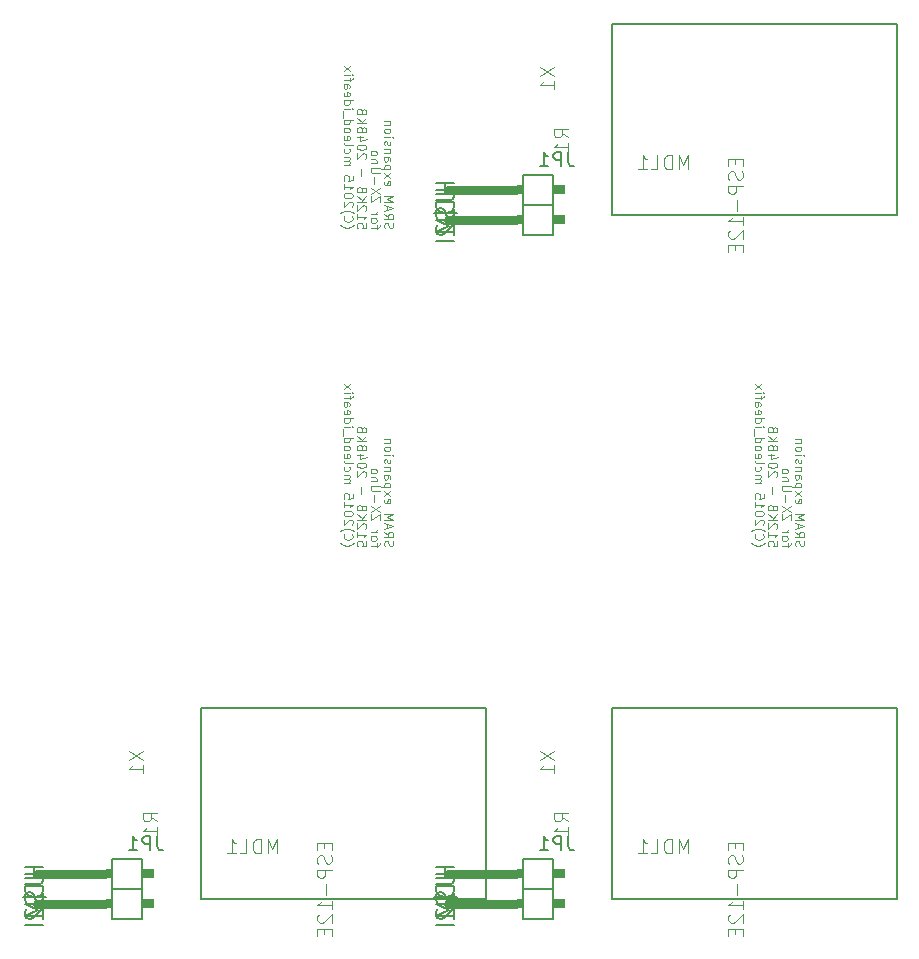
<source format=gbo>
G04 #@! TF.FileFunction,Legend,Bot*
%FSLAX46Y46*%
G04 Gerber Fmt 4.6, Leading zero omitted, Abs format (unit mm)*
G04 Created by KiCad (PCBNEW 4.0.2+dfsg1-2~bpo8+1-stable) date sáb 17 dic 2016 00:12:25 CET*
%MOMM*%
G01*
G04 APERTURE LIST*
%ADD10C,0.100000*%
%ADD11C,0.065024*%
%ADD12C,0.127000*%
%ADD13C,0.152400*%
%ADD14C,0.762000*%
%ADD15C,0.101600*%
%ADD16C,0.150000*%
G04 APERTURE END LIST*
D10*
D11*
X89475283Y-99484522D02*
X89438514Y-99374213D01*
X89438514Y-99190366D01*
X89475283Y-99116827D01*
X89512053Y-99080057D01*
X89585592Y-99043288D01*
X89659131Y-99043288D01*
X89732670Y-99080057D01*
X89769439Y-99116827D01*
X89806209Y-99190366D01*
X89842978Y-99337444D01*
X89879748Y-99410983D01*
X89916517Y-99447752D01*
X89990056Y-99484522D01*
X90063595Y-99484522D01*
X90137134Y-99447752D01*
X90173904Y-99410983D01*
X90210674Y-99337444D01*
X90210674Y-99153596D01*
X90173904Y-99043288D01*
X89438514Y-98271128D02*
X89806209Y-98528515D01*
X89438514Y-98712362D02*
X90210674Y-98712362D01*
X90210674Y-98418206D01*
X90173904Y-98344667D01*
X90137134Y-98307898D01*
X90063595Y-98271128D01*
X89953287Y-98271128D01*
X89879748Y-98307898D01*
X89842978Y-98344667D01*
X89806209Y-98418206D01*
X89806209Y-98712362D01*
X89659131Y-97976972D02*
X89659131Y-97609277D01*
X89438514Y-98050511D02*
X90210674Y-97793124D01*
X89438514Y-97535738D01*
X89438514Y-97278351D02*
X90210674Y-97278351D01*
X89659131Y-97020965D01*
X90210674Y-96763578D01*
X89438514Y-96763578D01*
X89475283Y-95513414D02*
X89438514Y-95586953D01*
X89438514Y-95734031D01*
X89475283Y-95807570D01*
X89548822Y-95844340D01*
X89842978Y-95844340D01*
X89916517Y-95807570D01*
X89953287Y-95734031D01*
X89953287Y-95586953D01*
X89916517Y-95513414D01*
X89842978Y-95476645D01*
X89769439Y-95476645D01*
X89695900Y-95844340D01*
X89438514Y-95219258D02*
X89953287Y-94814794D01*
X89953287Y-95219258D02*
X89438514Y-94814794D01*
X89953287Y-94520637D02*
X89181127Y-94520637D01*
X89916517Y-94520637D02*
X89953287Y-94447098D01*
X89953287Y-94300020D01*
X89916517Y-94226481D01*
X89879748Y-94189712D01*
X89806209Y-94152942D01*
X89585592Y-94152942D01*
X89512053Y-94189712D01*
X89475283Y-94226481D01*
X89438514Y-94300020D01*
X89438514Y-94447098D01*
X89475283Y-94520637D01*
X89438514Y-93491091D02*
X89842978Y-93491091D01*
X89916517Y-93527860D01*
X89953287Y-93601399D01*
X89953287Y-93748477D01*
X89916517Y-93822016D01*
X89475283Y-93491091D02*
X89438514Y-93564630D01*
X89438514Y-93748477D01*
X89475283Y-93822016D01*
X89548822Y-93858786D01*
X89622361Y-93858786D01*
X89695900Y-93822016D01*
X89732670Y-93748477D01*
X89732670Y-93564630D01*
X89769439Y-93491091D01*
X89953287Y-93123395D02*
X89438514Y-93123395D01*
X89879748Y-93123395D02*
X89916517Y-93086626D01*
X89953287Y-93013087D01*
X89953287Y-92902778D01*
X89916517Y-92829239D01*
X89842978Y-92792470D01*
X89438514Y-92792470D01*
X89475283Y-92461544D02*
X89438514Y-92388005D01*
X89438514Y-92240927D01*
X89475283Y-92167388D01*
X89548822Y-92130618D01*
X89585592Y-92130618D01*
X89659131Y-92167388D01*
X89695900Y-92240927D01*
X89695900Y-92351235D01*
X89732670Y-92424774D01*
X89806209Y-92461544D01*
X89842978Y-92461544D01*
X89916517Y-92424774D01*
X89953287Y-92351235D01*
X89953287Y-92240927D01*
X89916517Y-92167388D01*
X89438514Y-91799692D02*
X89953287Y-91799692D01*
X90210674Y-91799692D02*
X90173904Y-91836462D01*
X90137134Y-91799692D01*
X90173904Y-91762923D01*
X90210674Y-91799692D01*
X90137134Y-91799692D01*
X89438514Y-91321689D02*
X89475283Y-91395228D01*
X89512053Y-91431997D01*
X89585592Y-91468767D01*
X89806209Y-91468767D01*
X89879748Y-91431997D01*
X89916517Y-91395228D01*
X89953287Y-91321689D01*
X89953287Y-91211380D01*
X89916517Y-91137841D01*
X89879748Y-91101072D01*
X89806209Y-91064302D01*
X89585592Y-91064302D01*
X89512053Y-91101072D01*
X89475283Y-91137841D01*
X89438514Y-91211380D01*
X89438514Y-91321689D01*
X89953287Y-90733376D02*
X89438514Y-90733376D01*
X89879748Y-90733376D02*
X89916517Y-90696607D01*
X89953287Y-90623068D01*
X89953287Y-90512759D01*
X89916517Y-90439220D01*
X89842978Y-90402451D01*
X89438514Y-90402451D01*
X88807239Y-99558061D02*
X88807239Y-99263905D01*
X88292466Y-99447752D02*
X88954317Y-99447752D01*
X89027856Y-99410983D01*
X89064626Y-99337444D01*
X89064626Y-99263905D01*
X88292466Y-98896210D02*
X88329235Y-98969749D01*
X88366005Y-99006518D01*
X88439544Y-99043288D01*
X88660161Y-99043288D01*
X88733700Y-99006518D01*
X88770469Y-98969749D01*
X88807239Y-98896210D01*
X88807239Y-98785901D01*
X88770469Y-98712362D01*
X88733700Y-98675593D01*
X88660161Y-98638823D01*
X88439544Y-98638823D01*
X88366005Y-98675593D01*
X88329235Y-98712362D01*
X88292466Y-98785901D01*
X88292466Y-98896210D01*
X88292466Y-98307897D02*
X88807239Y-98307897D01*
X88660161Y-98307897D02*
X88733700Y-98271128D01*
X88770469Y-98234358D01*
X88807239Y-98160819D01*
X88807239Y-98087280D01*
X89064626Y-97315120D02*
X89064626Y-96800347D01*
X88292466Y-97315120D01*
X88292466Y-96800347D01*
X89064626Y-96579730D02*
X88292466Y-96064957D01*
X89064626Y-96064957D02*
X88292466Y-96579730D01*
X88586622Y-95770801D02*
X88586622Y-95182489D01*
X89064626Y-94814793D02*
X88439544Y-94814793D01*
X88366005Y-94778024D01*
X88329235Y-94741254D01*
X88292466Y-94667715D01*
X88292466Y-94520637D01*
X88329235Y-94447098D01*
X88366005Y-94410329D01*
X88439544Y-94373559D01*
X89064626Y-94373559D01*
X88807239Y-94005863D02*
X88292466Y-94005863D01*
X88733700Y-94005863D02*
X88770469Y-93969094D01*
X88807239Y-93895555D01*
X88807239Y-93785246D01*
X88770469Y-93711707D01*
X88696930Y-93674938D01*
X88292466Y-93674938D01*
X88292466Y-93196934D02*
X88329235Y-93270473D01*
X88366005Y-93307242D01*
X88439544Y-93344012D01*
X88660161Y-93344012D01*
X88733700Y-93307242D01*
X88770469Y-93270473D01*
X88807239Y-93196934D01*
X88807239Y-93086625D01*
X88770469Y-93013086D01*
X88733700Y-92976317D01*
X88660161Y-92939547D01*
X88439544Y-92939547D01*
X88366005Y-92976317D01*
X88329235Y-93013086D01*
X88292466Y-93086625D01*
X88292466Y-93196934D01*
X87918578Y-99080057D02*
X87918578Y-99447752D01*
X87550882Y-99484522D01*
X87587652Y-99447752D01*
X87624421Y-99374213D01*
X87624421Y-99190366D01*
X87587652Y-99116827D01*
X87550882Y-99080057D01*
X87477343Y-99043288D01*
X87293496Y-99043288D01*
X87219957Y-99080057D01*
X87183187Y-99116827D01*
X87146418Y-99190366D01*
X87146418Y-99374213D01*
X87183187Y-99447752D01*
X87219957Y-99484522D01*
X87146418Y-98307898D02*
X87146418Y-98749132D01*
X87146418Y-98528515D02*
X87918578Y-98528515D01*
X87808269Y-98602054D01*
X87734730Y-98675593D01*
X87697960Y-98749132D01*
X87845038Y-98013742D02*
X87881808Y-97976972D01*
X87918578Y-97903433D01*
X87918578Y-97719586D01*
X87881808Y-97646047D01*
X87845038Y-97609277D01*
X87771499Y-97572508D01*
X87697960Y-97572508D01*
X87587652Y-97609277D01*
X87146418Y-98050511D01*
X87146418Y-97572508D01*
X87146418Y-97241582D02*
X87918578Y-97241582D01*
X87146418Y-96800348D02*
X87587652Y-97131274D01*
X87918578Y-96800348D02*
X87477343Y-97241582D01*
X87550882Y-96212036D02*
X87514113Y-96101727D01*
X87477343Y-96064958D01*
X87403804Y-96028188D01*
X87293496Y-96028188D01*
X87219957Y-96064958D01*
X87183187Y-96101727D01*
X87146418Y-96175266D01*
X87146418Y-96469422D01*
X87918578Y-96469422D01*
X87918578Y-96212036D01*
X87881808Y-96138497D01*
X87845038Y-96101727D01*
X87771499Y-96064958D01*
X87697960Y-96064958D01*
X87624421Y-96101727D01*
X87587652Y-96138497D01*
X87550882Y-96212036D01*
X87550882Y-96469422D01*
X87440574Y-95108950D02*
X87440574Y-94520638D01*
X87845038Y-93601400D02*
X87881808Y-93564630D01*
X87918578Y-93491091D01*
X87918578Y-93307244D01*
X87881808Y-93233705D01*
X87845038Y-93196935D01*
X87771499Y-93160166D01*
X87697960Y-93160166D01*
X87587652Y-93196935D01*
X87146418Y-93638169D01*
X87146418Y-93160166D01*
X87918578Y-92682162D02*
X87918578Y-92608623D01*
X87881808Y-92535084D01*
X87845038Y-92498315D01*
X87771499Y-92461545D01*
X87624421Y-92424776D01*
X87440574Y-92424776D01*
X87293496Y-92461545D01*
X87219957Y-92498315D01*
X87183187Y-92535084D01*
X87146418Y-92608623D01*
X87146418Y-92682162D01*
X87183187Y-92755701D01*
X87219957Y-92792471D01*
X87293496Y-92829240D01*
X87440574Y-92866010D01*
X87624421Y-92866010D01*
X87771499Y-92829240D01*
X87845038Y-92792471D01*
X87881808Y-92755701D01*
X87918578Y-92682162D01*
X87661191Y-91762925D02*
X87146418Y-91762925D01*
X87955347Y-91946772D02*
X87403804Y-92130620D01*
X87403804Y-91652616D01*
X87587652Y-91248152D02*
X87624421Y-91321691D01*
X87661191Y-91358460D01*
X87734730Y-91395230D01*
X87771499Y-91395230D01*
X87845038Y-91358460D01*
X87881808Y-91321691D01*
X87918578Y-91248152D01*
X87918578Y-91101074D01*
X87881808Y-91027535D01*
X87845038Y-90990765D01*
X87771499Y-90953996D01*
X87734730Y-90953996D01*
X87661191Y-90990765D01*
X87624421Y-91027535D01*
X87587652Y-91101074D01*
X87587652Y-91248152D01*
X87550882Y-91321691D01*
X87514113Y-91358460D01*
X87440574Y-91395230D01*
X87293496Y-91395230D01*
X87219957Y-91358460D01*
X87183187Y-91321691D01*
X87146418Y-91248152D01*
X87146418Y-91101074D01*
X87183187Y-91027535D01*
X87219957Y-90990765D01*
X87293496Y-90953996D01*
X87440574Y-90953996D01*
X87514113Y-90990765D01*
X87550882Y-91027535D01*
X87587652Y-91101074D01*
X87146418Y-90623070D02*
X87918578Y-90623070D01*
X87146418Y-90181836D02*
X87587652Y-90512762D01*
X87918578Y-90181836D02*
X87477343Y-90623070D01*
X87550882Y-89593524D02*
X87514113Y-89483215D01*
X87477343Y-89446446D01*
X87403804Y-89409676D01*
X87293496Y-89409676D01*
X87219957Y-89446446D01*
X87183187Y-89483215D01*
X87146418Y-89556754D01*
X87146418Y-89850910D01*
X87918578Y-89850910D01*
X87918578Y-89593524D01*
X87881808Y-89519985D01*
X87845038Y-89483215D01*
X87771499Y-89446446D01*
X87697960Y-89446446D01*
X87624421Y-89483215D01*
X87587652Y-89519985D01*
X87550882Y-89593524D01*
X87550882Y-89850910D01*
X85706213Y-99227135D02*
X85742983Y-99263905D01*
X85853291Y-99337444D01*
X85926830Y-99374213D01*
X86037139Y-99410983D01*
X86220987Y-99447752D01*
X86368065Y-99447752D01*
X86551912Y-99410983D01*
X86662221Y-99374213D01*
X86735760Y-99337444D01*
X86846069Y-99263905D01*
X86882838Y-99227135D01*
X86073909Y-98491745D02*
X86037139Y-98528515D01*
X86000370Y-98638823D01*
X86000370Y-98712362D01*
X86037139Y-98822671D01*
X86110678Y-98896210D01*
X86184217Y-98932979D01*
X86331295Y-98969749D01*
X86441604Y-98969749D01*
X86588682Y-98932979D01*
X86662221Y-98896210D01*
X86735760Y-98822671D01*
X86772530Y-98712362D01*
X86772530Y-98638823D01*
X86735760Y-98528515D01*
X86698990Y-98491745D01*
X85706213Y-98234358D02*
X85742983Y-98197589D01*
X85853291Y-98124050D01*
X85926830Y-98087280D01*
X86037139Y-98050511D01*
X86220987Y-98013741D01*
X86368065Y-98013741D01*
X86551912Y-98050511D01*
X86662221Y-98087280D01*
X86735760Y-98124050D01*
X86846069Y-98197589D01*
X86882838Y-98234358D01*
X86698990Y-97682816D02*
X86735760Y-97646046D01*
X86772530Y-97572507D01*
X86772530Y-97388660D01*
X86735760Y-97315121D01*
X86698990Y-97278351D01*
X86625451Y-97241582D01*
X86551912Y-97241582D01*
X86441604Y-97278351D01*
X86000370Y-97719585D01*
X86000370Y-97241582D01*
X86772530Y-96763578D02*
X86772530Y-96690039D01*
X86735760Y-96616500D01*
X86698990Y-96579731D01*
X86625451Y-96542961D01*
X86478373Y-96506192D01*
X86294526Y-96506192D01*
X86147448Y-96542961D01*
X86073909Y-96579731D01*
X86037139Y-96616500D01*
X86000370Y-96690039D01*
X86000370Y-96763578D01*
X86037139Y-96837117D01*
X86073909Y-96873887D01*
X86147448Y-96910656D01*
X86294526Y-96947426D01*
X86478373Y-96947426D01*
X86625451Y-96910656D01*
X86698990Y-96873887D01*
X86735760Y-96837117D01*
X86772530Y-96763578D01*
X86000370Y-95770802D02*
X86000370Y-96212036D01*
X86000370Y-95991419D02*
X86772530Y-95991419D01*
X86662221Y-96064958D01*
X86588682Y-96138497D01*
X86551912Y-96212036D01*
X86772530Y-95072181D02*
X86772530Y-95439876D01*
X86404834Y-95476646D01*
X86441604Y-95439876D01*
X86478373Y-95366337D01*
X86478373Y-95182490D01*
X86441604Y-95108951D01*
X86404834Y-95072181D01*
X86331295Y-95035412D01*
X86147448Y-95035412D01*
X86073909Y-95072181D01*
X86037139Y-95108951D01*
X86000370Y-95182490D01*
X86000370Y-95366337D01*
X86037139Y-95439876D01*
X86073909Y-95476646D01*
X86000370Y-94116174D02*
X86515143Y-94116174D01*
X86441604Y-94116174D02*
X86478373Y-94079405D01*
X86515143Y-94005866D01*
X86515143Y-93895557D01*
X86478373Y-93822018D01*
X86404834Y-93785249D01*
X86000370Y-93785249D01*
X86404834Y-93785249D02*
X86478373Y-93748479D01*
X86515143Y-93674940D01*
X86515143Y-93564632D01*
X86478373Y-93491092D01*
X86404834Y-93454323D01*
X86000370Y-93454323D01*
X86037139Y-92755702D02*
X86000370Y-92829241D01*
X86000370Y-92976319D01*
X86037139Y-93049858D01*
X86073909Y-93086627D01*
X86147448Y-93123397D01*
X86368065Y-93123397D01*
X86441604Y-93086627D01*
X86478373Y-93049858D01*
X86515143Y-92976319D01*
X86515143Y-92829241D01*
X86478373Y-92755702D01*
X86000370Y-92314468D02*
X86037139Y-92388007D01*
X86110678Y-92424776D01*
X86772530Y-92424776D01*
X86037139Y-91726155D02*
X86000370Y-91799694D01*
X86000370Y-91946772D01*
X86037139Y-92020311D01*
X86110678Y-92057081D01*
X86404834Y-92057081D01*
X86478373Y-92020311D01*
X86515143Y-91946772D01*
X86515143Y-91799694D01*
X86478373Y-91726155D01*
X86404834Y-91689386D01*
X86331295Y-91689386D01*
X86257756Y-92057081D01*
X86000370Y-91248152D02*
X86037139Y-91321691D01*
X86073909Y-91358460D01*
X86147448Y-91395230D01*
X86368065Y-91395230D01*
X86441604Y-91358460D01*
X86478373Y-91321691D01*
X86515143Y-91248152D01*
X86515143Y-91137843D01*
X86478373Y-91064304D01*
X86441604Y-91027535D01*
X86368065Y-90990765D01*
X86147448Y-90990765D01*
X86073909Y-91027535D01*
X86037139Y-91064304D01*
X86000370Y-91137843D01*
X86000370Y-91248152D01*
X86000370Y-90328914D02*
X86772530Y-90328914D01*
X86037139Y-90328914D02*
X86000370Y-90402453D01*
X86000370Y-90549531D01*
X86037139Y-90623070D01*
X86073909Y-90659839D01*
X86147448Y-90696609D01*
X86368065Y-90696609D01*
X86441604Y-90659839D01*
X86478373Y-90623070D01*
X86515143Y-90549531D01*
X86515143Y-90402453D01*
X86478373Y-90328914D01*
X85926830Y-90145066D02*
X85926830Y-89556754D01*
X86000370Y-89372906D02*
X86515143Y-89372906D01*
X86772530Y-89372906D02*
X86735760Y-89409676D01*
X86698990Y-89372906D01*
X86735760Y-89336137D01*
X86772530Y-89372906D01*
X86698990Y-89372906D01*
X86000370Y-88674286D02*
X86772530Y-88674286D01*
X86037139Y-88674286D02*
X86000370Y-88747825D01*
X86000370Y-88894903D01*
X86037139Y-88968442D01*
X86073909Y-89005211D01*
X86147448Y-89041981D01*
X86368065Y-89041981D01*
X86441604Y-89005211D01*
X86478373Y-88968442D01*
X86515143Y-88894903D01*
X86515143Y-88747825D01*
X86478373Y-88674286D01*
X86037139Y-88012434D02*
X86000370Y-88085973D01*
X86000370Y-88233051D01*
X86037139Y-88306590D01*
X86110678Y-88343360D01*
X86404834Y-88343360D01*
X86478373Y-88306590D01*
X86515143Y-88233051D01*
X86515143Y-88085973D01*
X86478373Y-88012434D01*
X86404834Y-87975665D01*
X86331295Y-87975665D01*
X86257756Y-88343360D01*
X86000370Y-87313814D02*
X86404834Y-87313814D01*
X86478373Y-87350583D01*
X86515143Y-87424122D01*
X86515143Y-87571200D01*
X86478373Y-87644739D01*
X86037139Y-87313814D02*
X86000370Y-87387353D01*
X86000370Y-87571200D01*
X86037139Y-87644739D01*
X86110678Y-87681509D01*
X86184217Y-87681509D01*
X86257756Y-87644739D01*
X86294526Y-87571200D01*
X86294526Y-87387353D01*
X86331295Y-87313814D01*
X86515143Y-87056427D02*
X86515143Y-86762271D01*
X86000370Y-86946118D02*
X86662221Y-86946118D01*
X86735760Y-86909349D01*
X86772530Y-86835810D01*
X86772530Y-86762271D01*
X86000370Y-86504884D02*
X86515143Y-86504884D01*
X86772530Y-86504884D02*
X86735760Y-86541654D01*
X86698990Y-86504884D01*
X86735760Y-86468115D01*
X86772530Y-86504884D01*
X86698990Y-86504884D01*
X86000370Y-86210728D02*
X86515143Y-85806264D01*
X86515143Y-86210728D02*
X86000370Y-85806264D01*
X124273283Y-126408522D02*
X124236514Y-126298213D01*
X124236514Y-126114366D01*
X124273283Y-126040827D01*
X124310053Y-126004057D01*
X124383592Y-125967288D01*
X124457131Y-125967288D01*
X124530670Y-126004057D01*
X124567439Y-126040827D01*
X124604209Y-126114366D01*
X124640978Y-126261444D01*
X124677748Y-126334983D01*
X124714517Y-126371752D01*
X124788056Y-126408522D01*
X124861595Y-126408522D01*
X124935134Y-126371752D01*
X124971904Y-126334983D01*
X125008674Y-126261444D01*
X125008674Y-126077596D01*
X124971904Y-125967288D01*
X124236514Y-125195128D02*
X124604209Y-125452515D01*
X124236514Y-125636362D02*
X125008674Y-125636362D01*
X125008674Y-125342206D01*
X124971904Y-125268667D01*
X124935134Y-125231898D01*
X124861595Y-125195128D01*
X124751287Y-125195128D01*
X124677748Y-125231898D01*
X124640978Y-125268667D01*
X124604209Y-125342206D01*
X124604209Y-125636362D01*
X124457131Y-124900972D02*
X124457131Y-124533277D01*
X124236514Y-124974511D02*
X125008674Y-124717124D01*
X124236514Y-124459738D01*
X124236514Y-124202351D02*
X125008674Y-124202351D01*
X124457131Y-123944965D01*
X125008674Y-123687578D01*
X124236514Y-123687578D01*
X124273283Y-122437414D02*
X124236514Y-122510953D01*
X124236514Y-122658031D01*
X124273283Y-122731570D01*
X124346822Y-122768340D01*
X124640978Y-122768340D01*
X124714517Y-122731570D01*
X124751287Y-122658031D01*
X124751287Y-122510953D01*
X124714517Y-122437414D01*
X124640978Y-122400645D01*
X124567439Y-122400645D01*
X124493900Y-122768340D01*
X124236514Y-122143258D02*
X124751287Y-121738794D01*
X124751287Y-122143258D02*
X124236514Y-121738794D01*
X124751287Y-121444637D02*
X123979127Y-121444637D01*
X124714517Y-121444637D02*
X124751287Y-121371098D01*
X124751287Y-121224020D01*
X124714517Y-121150481D01*
X124677748Y-121113712D01*
X124604209Y-121076942D01*
X124383592Y-121076942D01*
X124310053Y-121113712D01*
X124273283Y-121150481D01*
X124236514Y-121224020D01*
X124236514Y-121371098D01*
X124273283Y-121444637D01*
X124236514Y-120415091D02*
X124640978Y-120415091D01*
X124714517Y-120451860D01*
X124751287Y-120525399D01*
X124751287Y-120672477D01*
X124714517Y-120746016D01*
X124273283Y-120415091D02*
X124236514Y-120488630D01*
X124236514Y-120672477D01*
X124273283Y-120746016D01*
X124346822Y-120782786D01*
X124420361Y-120782786D01*
X124493900Y-120746016D01*
X124530670Y-120672477D01*
X124530670Y-120488630D01*
X124567439Y-120415091D01*
X124751287Y-120047395D02*
X124236514Y-120047395D01*
X124677748Y-120047395D02*
X124714517Y-120010626D01*
X124751287Y-119937087D01*
X124751287Y-119826778D01*
X124714517Y-119753239D01*
X124640978Y-119716470D01*
X124236514Y-119716470D01*
X124273283Y-119385544D02*
X124236514Y-119312005D01*
X124236514Y-119164927D01*
X124273283Y-119091388D01*
X124346822Y-119054618D01*
X124383592Y-119054618D01*
X124457131Y-119091388D01*
X124493900Y-119164927D01*
X124493900Y-119275235D01*
X124530670Y-119348774D01*
X124604209Y-119385544D01*
X124640978Y-119385544D01*
X124714517Y-119348774D01*
X124751287Y-119275235D01*
X124751287Y-119164927D01*
X124714517Y-119091388D01*
X124236514Y-118723692D02*
X124751287Y-118723692D01*
X125008674Y-118723692D02*
X124971904Y-118760462D01*
X124935134Y-118723692D01*
X124971904Y-118686923D01*
X125008674Y-118723692D01*
X124935134Y-118723692D01*
X124236514Y-118245689D02*
X124273283Y-118319228D01*
X124310053Y-118355997D01*
X124383592Y-118392767D01*
X124604209Y-118392767D01*
X124677748Y-118355997D01*
X124714517Y-118319228D01*
X124751287Y-118245689D01*
X124751287Y-118135380D01*
X124714517Y-118061841D01*
X124677748Y-118025072D01*
X124604209Y-117988302D01*
X124383592Y-117988302D01*
X124310053Y-118025072D01*
X124273283Y-118061841D01*
X124236514Y-118135380D01*
X124236514Y-118245689D01*
X124751287Y-117657376D02*
X124236514Y-117657376D01*
X124677748Y-117657376D02*
X124714517Y-117620607D01*
X124751287Y-117547068D01*
X124751287Y-117436759D01*
X124714517Y-117363220D01*
X124640978Y-117326451D01*
X124236514Y-117326451D01*
X123605239Y-126482061D02*
X123605239Y-126187905D01*
X123090466Y-126371752D02*
X123752317Y-126371752D01*
X123825856Y-126334983D01*
X123862626Y-126261444D01*
X123862626Y-126187905D01*
X123090466Y-125820210D02*
X123127235Y-125893749D01*
X123164005Y-125930518D01*
X123237544Y-125967288D01*
X123458161Y-125967288D01*
X123531700Y-125930518D01*
X123568469Y-125893749D01*
X123605239Y-125820210D01*
X123605239Y-125709901D01*
X123568469Y-125636362D01*
X123531700Y-125599593D01*
X123458161Y-125562823D01*
X123237544Y-125562823D01*
X123164005Y-125599593D01*
X123127235Y-125636362D01*
X123090466Y-125709901D01*
X123090466Y-125820210D01*
X123090466Y-125231897D02*
X123605239Y-125231897D01*
X123458161Y-125231897D02*
X123531700Y-125195128D01*
X123568469Y-125158358D01*
X123605239Y-125084819D01*
X123605239Y-125011280D01*
X123862626Y-124239120D02*
X123862626Y-123724347D01*
X123090466Y-124239120D01*
X123090466Y-123724347D01*
X123862626Y-123503730D02*
X123090466Y-122988957D01*
X123862626Y-122988957D02*
X123090466Y-123503730D01*
X123384622Y-122694801D02*
X123384622Y-122106489D01*
X123862626Y-121738793D02*
X123237544Y-121738793D01*
X123164005Y-121702024D01*
X123127235Y-121665254D01*
X123090466Y-121591715D01*
X123090466Y-121444637D01*
X123127235Y-121371098D01*
X123164005Y-121334329D01*
X123237544Y-121297559D01*
X123862626Y-121297559D01*
X123605239Y-120929863D02*
X123090466Y-120929863D01*
X123531700Y-120929863D02*
X123568469Y-120893094D01*
X123605239Y-120819555D01*
X123605239Y-120709246D01*
X123568469Y-120635707D01*
X123494930Y-120598938D01*
X123090466Y-120598938D01*
X123090466Y-120120934D02*
X123127235Y-120194473D01*
X123164005Y-120231242D01*
X123237544Y-120268012D01*
X123458161Y-120268012D01*
X123531700Y-120231242D01*
X123568469Y-120194473D01*
X123605239Y-120120934D01*
X123605239Y-120010625D01*
X123568469Y-119937086D01*
X123531700Y-119900317D01*
X123458161Y-119863547D01*
X123237544Y-119863547D01*
X123164005Y-119900317D01*
X123127235Y-119937086D01*
X123090466Y-120010625D01*
X123090466Y-120120934D01*
X122716578Y-126004057D02*
X122716578Y-126371752D01*
X122348882Y-126408522D01*
X122385652Y-126371752D01*
X122422421Y-126298213D01*
X122422421Y-126114366D01*
X122385652Y-126040827D01*
X122348882Y-126004057D01*
X122275343Y-125967288D01*
X122091496Y-125967288D01*
X122017957Y-126004057D01*
X121981187Y-126040827D01*
X121944418Y-126114366D01*
X121944418Y-126298213D01*
X121981187Y-126371752D01*
X122017957Y-126408522D01*
X121944418Y-125231898D02*
X121944418Y-125673132D01*
X121944418Y-125452515D02*
X122716578Y-125452515D01*
X122606269Y-125526054D01*
X122532730Y-125599593D01*
X122495960Y-125673132D01*
X122643038Y-124937742D02*
X122679808Y-124900972D01*
X122716578Y-124827433D01*
X122716578Y-124643586D01*
X122679808Y-124570047D01*
X122643038Y-124533277D01*
X122569499Y-124496508D01*
X122495960Y-124496508D01*
X122385652Y-124533277D01*
X121944418Y-124974511D01*
X121944418Y-124496508D01*
X121944418Y-124165582D02*
X122716578Y-124165582D01*
X121944418Y-123724348D02*
X122385652Y-124055274D01*
X122716578Y-123724348D02*
X122275343Y-124165582D01*
X122348882Y-123136036D02*
X122312113Y-123025727D01*
X122275343Y-122988958D01*
X122201804Y-122952188D01*
X122091496Y-122952188D01*
X122017957Y-122988958D01*
X121981187Y-123025727D01*
X121944418Y-123099266D01*
X121944418Y-123393422D01*
X122716578Y-123393422D01*
X122716578Y-123136036D01*
X122679808Y-123062497D01*
X122643038Y-123025727D01*
X122569499Y-122988958D01*
X122495960Y-122988958D01*
X122422421Y-123025727D01*
X122385652Y-123062497D01*
X122348882Y-123136036D01*
X122348882Y-123393422D01*
X122238574Y-122032950D02*
X122238574Y-121444638D01*
X122643038Y-120525400D02*
X122679808Y-120488630D01*
X122716578Y-120415091D01*
X122716578Y-120231244D01*
X122679808Y-120157705D01*
X122643038Y-120120935D01*
X122569499Y-120084166D01*
X122495960Y-120084166D01*
X122385652Y-120120935D01*
X121944418Y-120562169D01*
X121944418Y-120084166D01*
X122716578Y-119606162D02*
X122716578Y-119532623D01*
X122679808Y-119459084D01*
X122643038Y-119422315D01*
X122569499Y-119385545D01*
X122422421Y-119348776D01*
X122238574Y-119348776D01*
X122091496Y-119385545D01*
X122017957Y-119422315D01*
X121981187Y-119459084D01*
X121944418Y-119532623D01*
X121944418Y-119606162D01*
X121981187Y-119679701D01*
X122017957Y-119716471D01*
X122091496Y-119753240D01*
X122238574Y-119790010D01*
X122422421Y-119790010D01*
X122569499Y-119753240D01*
X122643038Y-119716471D01*
X122679808Y-119679701D01*
X122716578Y-119606162D01*
X122459191Y-118686925D02*
X121944418Y-118686925D01*
X122753347Y-118870772D02*
X122201804Y-119054620D01*
X122201804Y-118576616D01*
X122385652Y-118172152D02*
X122422421Y-118245691D01*
X122459191Y-118282460D01*
X122532730Y-118319230D01*
X122569499Y-118319230D01*
X122643038Y-118282460D01*
X122679808Y-118245691D01*
X122716578Y-118172152D01*
X122716578Y-118025074D01*
X122679808Y-117951535D01*
X122643038Y-117914765D01*
X122569499Y-117877996D01*
X122532730Y-117877996D01*
X122459191Y-117914765D01*
X122422421Y-117951535D01*
X122385652Y-118025074D01*
X122385652Y-118172152D01*
X122348882Y-118245691D01*
X122312113Y-118282460D01*
X122238574Y-118319230D01*
X122091496Y-118319230D01*
X122017957Y-118282460D01*
X121981187Y-118245691D01*
X121944418Y-118172152D01*
X121944418Y-118025074D01*
X121981187Y-117951535D01*
X122017957Y-117914765D01*
X122091496Y-117877996D01*
X122238574Y-117877996D01*
X122312113Y-117914765D01*
X122348882Y-117951535D01*
X122385652Y-118025074D01*
X121944418Y-117547070D02*
X122716578Y-117547070D01*
X121944418Y-117105836D02*
X122385652Y-117436762D01*
X122716578Y-117105836D02*
X122275343Y-117547070D01*
X122348882Y-116517524D02*
X122312113Y-116407215D01*
X122275343Y-116370446D01*
X122201804Y-116333676D01*
X122091496Y-116333676D01*
X122017957Y-116370446D01*
X121981187Y-116407215D01*
X121944418Y-116480754D01*
X121944418Y-116774910D01*
X122716578Y-116774910D01*
X122716578Y-116517524D01*
X122679808Y-116443985D01*
X122643038Y-116407215D01*
X122569499Y-116370446D01*
X122495960Y-116370446D01*
X122422421Y-116407215D01*
X122385652Y-116443985D01*
X122348882Y-116517524D01*
X122348882Y-116774910D01*
X120504213Y-126151135D02*
X120540983Y-126187905D01*
X120651291Y-126261444D01*
X120724830Y-126298213D01*
X120835139Y-126334983D01*
X121018987Y-126371752D01*
X121166065Y-126371752D01*
X121349912Y-126334983D01*
X121460221Y-126298213D01*
X121533760Y-126261444D01*
X121644069Y-126187905D01*
X121680838Y-126151135D01*
X120871909Y-125415745D02*
X120835139Y-125452515D01*
X120798370Y-125562823D01*
X120798370Y-125636362D01*
X120835139Y-125746671D01*
X120908678Y-125820210D01*
X120982217Y-125856979D01*
X121129295Y-125893749D01*
X121239604Y-125893749D01*
X121386682Y-125856979D01*
X121460221Y-125820210D01*
X121533760Y-125746671D01*
X121570530Y-125636362D01*
X121570530Y-125562823D01*
X121533760Y-125452515D01*
X121496990Y-125415745D01*
X120504213Y-125158358D02*
X120540983Y-125121589D01*
X120651291Y-125048050D01*
X120724830Y-125011280D01*
X120835139Y-124974511D01*
X121018987Y-124937741D01*
X121166065Y-124937741D01*
X121349912Y-124974511D01*
X121460221Y-125011280D01*
X121533760Y-125048050D01*
X121644069Y-125121589D01*
X121680838Y-125158358D01*
X121496990Y-124606816D02*
X121533760Y-124570046D01*
X121570530Y-124496507D01*
X121570530Y-124312660D01*
X121533760Y-124239121D01*
X121496990Y-124202351D01*
X121423451Y-124165582D01*
X121349912Y-124165582D01*
X121239604Y-124202351D01*
X120798370Y-124643585D01*
X120798370Y-124165582D01*
X121570530Y-123687578D02*
X121570530Y-123614039D01*
X121533760Y-123540500D01*
X121496990Y-123503731D01*
X121423451Y-123466961D01*
X121276373Y-123430192D01*
X121092526Y-123430192D01*
X120945448Y-123466961D01*
X120871909Y-123503731D01*
X120835139Y-123540500D01*
X120798370Y-123614039D01*
X120798370Y-123687578D01*
X120835139Y-123761117D01*
X120871909Y-123797887D01*
X120945448Y-123834656D01*
X121092526Y-123871426D01*
X121276373Y-123871426D01*
X121423451Y-123834656D01*
X121496990Y-123797887D01*
X121533760Y-123761117D01*
X121570530Y-123687578D01*
X120798370Y-122694802D02*
X120798370Y-123136036D01*
X120798370Y-122915419D02*
X121570530Y-122915419D01*
X121460221Y-122988958D01*
X121386682Y-123062497D01*
X121349912Y-123136036D01*
X121570530Y-121996181D02*
X121570530Y-122363876D01*
X121202834Y-122400646D01*
X121239604Y-122363876D01*
X121276373Y-122290337D01*
X121276373Y-122106490D01*
X121239604Y-122032951D01*
X121202834Y-121996181D01*
X121129295Y-121959412D01*
X120945448Y-121959412D01*
X120871909Y-121996181D01*
X120835139Y-122032951D01*
X120798370Y-122106490D01*
X120798370Y-122290337D01*
X120835139Y-122363876D01*
X120871909Y-122400646D01*
X120798370Y-121040174D02*
X121313143Y-121040174D01*
X121239604Y-121040174D02*
X121276373Y-121003405D01*
X121313143Y-120929866D01*
X121313143Y-120819557D01*
X121276373Y-120746018D01*
X121202834Y-120709249D01*
X120798370Y-120709249D01*
X121202834Y-120709249D02*
X121276373Y-120672479D01*
X121313143Y-120598940D01*
X121313143Y-120488632D01*
X121276373Y-120415092D01*
X121202834Y-120378323D01*
X120798370Y-120378323D01*
X120835139Y-119679702D02*
X120798370Y-119753241D01*
X120798370Y-119900319D01*
X120835139Y-119973858D01*
X120871909Y-120010627D01*
X120945448Y-120047397D01*
X121166065Y-120047397D01*
X121239604Y-120010627D01*
X121276373Y-119973858D01*
X121313143Y-119900319D01*
X121313143Y-119753241D01*
X121276373Y-119679702D01*
X120798370Y-119238468D02*
X120835139Y-119312007D01*
X120908678Y-119348776D01*
X121570530Y-119348776D01*
X120835139Y-118650155D02*
X120798370Y-118723694D01*
X120798370Y-118870772D01*
X120835139Y-118944311D01*
X120908678Y-118981081D01*
X121202834Y-118981081D01*
X121276373Y-118944311D01*
X121313143Y-118870772D01*
X121313143Y-118723694D01*
X121276373Y-118650155D01*
X121202834Y-118613386D01*
X121129295Y-118613386D01*
X121055756Y-118981081D01*
X120798370Y-118172152D02*
X120835139Y-118245691D01*
X120871909Y-118282460D01*
X120945448Y-118319230D01*
X121166065Y-118319230D01*
X121239604Y-118282460D01*
X121276373Y-118245691D01*
X121313143Y-118172152D01*
X121313143Y-118061843D01*
X121276373Y-117988304D01*
X121239604Y-117951535D01*
X121166065Y-117914765D01*
X120945448Y-117914765D01*
X120871909Y-117951535D01*
X120835139Y-117988304D01*
X120798370Y-118061843D01*
X120798370Y-118172152D01*
X120798370Y-117252914D02*
X121570530Y-117252914D01*
X120835139Y-117252914D02*
X120798370Y-117326453D01*
X120798370Y-117473531D01*
X120835139Y-117547070D01*
X120871909Y-117583839D01*
X120945448Y-117620609D01*
X121166065Y-117620609D01*
X121239604Y-117583839D01*
X121276373Y-117547070D01*
X121313143Y-117473531D01*
X121313143Y-117326453D01*
X121276373Y-117252914D01*
X120724830Y-117069066D02*
X120724830Y-116480754D01*
X120798370Y-116296906D02*
X121313143Y-116296906D01*
X121570530Y-116296906D02*
X121533760Y-116333676D01*
X121496990Y-116296906D01*
X121533760Y-116260137D01*
X121570530Y-116296906D01*
X121496990Y-116296906D01*
X120798370Y-115598286D02*
X121570530Y-115598286D01*
X120835139Y-115598286D02*
X120798370Y-115671825D01*
X120798370Y-115818903D01*
X120835139Y-115892442D01*
X120871909Y-115929211D01*
X120945448Y-115965981D01*
X121166065Y-115965981D01*
X121239604Y-115929211D01*
X121276373Y-115892442D01*
X121313143Y-115818903D01*
X121313143Y-115671825D01*
X121276373Y-115598286D01*
X120835139Y-114936434D02*
X120798370Y-115009973D01*
X120798370Y-115157051D01*
X120835139Y-115230590D01*
X120908678Y-115267360D01*
X121202834Y-115267360D01*
X121276373Y-115230590D01*
X121313143Y-115157051D01*
X121313143Y-115009973D01*
X121276373Y-114936434D01*
X121202834Y-114899665D01*
X121129295Y-114899665D01*
X121055756Y-115267360D01*
X120798370Y-114237814D02*
X121202834Y-114237814D01*
X121276373Y-114274583D01*
X121313143Y-114348122D01*
X121313143Y-114495200D01*
X121276373Y-114568739D01*
X120835139Y-114237814D02*
X120798370Y-114311353D01*
X120798370Y-114495200D01*
X120835139Y-114568739D01*
X120908678Y-114605509D01*
X120982217Y-114605509D01*
X121055756Y-114568739D01*
X121092526Y-114495200D01*
X121092526Y-114311353D01*
X121129295Y-114237814D01*
X121313143Y-113980427D02*
X121313143Y-113686271D01*
X120798370Y-113870118D02*
X121460221Y-113870118D01*
X121533760Y-113833349D01*
X121570530Y-113759810D01*
X121570530Y-113686271D01*
X120798370Y-113428884D02*
X121313143Y-113428884D01*
X121570530Y-113428884D02*
X121533760Y-113465654D01*
X121496990Y-113428884D01*
X121533760Y-113392115D01*
X121570530Y-113428884D01*
X121496990Y-113428884D01*
X120798370Y-113134728D02*
X121313143Y-112730264D01*
X121313143Y-113134728D02*
X120798370Y-112730264D01*
X89475283Y-126408522D02*
X89438514Y-126298213D01*
X89438514Y-126114366D01*
X89475283Y-126040827D01*
X89512053Y-126004057D01*
X89585592Y-125967288D01*
X89659131Y-125967288D01*
X89732670Y-126004057D01*
X89769439Y-126040827D01*
X89806209Y-126114366D01*
X89842978Y-126261444D01*
X89879748Y-126334983D01*
X89916517Y-126371752D01*
X89990056Y-126408522D01*
X90063595Y-126408522D01*
X90137134Y-126371752D01*
X90173904Y-126334983D01*
X90210674Y-126261444D01*
X90210674Y-126077596D01*
X90173904Y-125967288D01*
X89438514Y-125195128D02*
X89806209Y-125452515D01*
X89438514Y-125636362D02*
X90210674Y-125636362D01*
X90210674Y-125342206D01*
X90173904Y-125268667D01*
X90137134Y-125231898D01*
X90063595Y-125195128D01*
X89953287Y-125195128D01*
X89879748Y-125231898D01*
X89842978Y-125268667D01*
X89806209Y-125342206D01*
X89806209Y-125636362D01*
X89659131Y-124900972D02*
X89659131Y-124533277D01*
X89438514Y-124974511D02*
X90210674Y-124717124D01*
X89438514Y-124459738D01*
X89438514Y-124202351D02*
X90210674Y-124202351D01*
X89659131Y-123944965D01*
X90210674Y-123687578D01*
X89438514Y-123687578D01*
X89475283Y-122437414D02*
X89438514Y-122510953D01*
X89438514Y-122658031D01*
X89475283Y-122731570D01*
X89548822Y-122768340D01*
X89842978Y-122768340D01*
X89916517Y-122731570D01*
X89953287Y-122658031D01*
X89953287Y-122510953D01*
X89916517Y-122437414D01*
X89842978Y-122400645D01*
X89769439Y-122400645D01*
X89695900Y-122768340D01*
X89438514Y-122143258D02*
X89953287Y-121738794D01*
X89953287Y-122143258D02*
X89438514Y-121738794D01*
X89953287Y-121444637D02*
X89181127Y-121444637D01*
X89916517Y-121444637D02*
X89953287Y-121371098D01*
X89953287Y-121224020D01*
X89916517Y-121150481D01*
X89879748Y-121113712D01*
X89806209Y-121076942D01*
X89585592Y-121076942D01*
X89512053Y-121113712D01*
X89475283Y-121150481D01*
X89438514Y-121224020D01*
X89438514Y-121371098D01*
X89475283Y-121444637D01*
X89438514Y-120415091D02*
X89842978Y-120415091D01*
X89916517Y-120451860D01*
X89953287Y-120525399D01*
X89953287Y-120672477D01*
X89916517Y-120746016D01*
X89475283Y-120415091D02*
X89438514Y-120488630D01*
X89438514Y-120672477D01*
X89475283Y-120746016D01*
X89548822Y-120782786D01*
X89622361Y-120782786D01*
X89695900Y-120746016D01*
X89732670Y-120672477D01*
X89732670Y-120488630D01*
X89769439Y-120415091D01*
X89953287Y-120047395D02*
X89438514Y-120047395D01*
X89879748Y-120047395D02*
X89916517Y-120010626D01*
X89953287Y-119937087D01*
X89953287Y-119826778D01*
X89916517Y-119753239D01*
X89842978Y-119716470D01*
X89438514Y-119716470D01*
X89475283Y-119385544D02*
X89438514Y-119312005D01*
X89438514Y-119164927D01*
X89475283Y-119091388D01*
X89548822Y-119054618D01*
X89585592Y-119054618D01*
X89659131Y-119091388D01*
X89695900Y-119164927D01*
X89695900Y-119275235D01*
X89732670Y-119348774D01*
X89806209Y-119385544D01*
X89842978Y-119385544D01*
X89916517Y-119348774D01*
X89953287Y-119275235D01*
X89953287Y-119164927D01*
X89916517Y-119091388D01*
X89438514Y-118723692D02*
X89953287Y-118723692D01*
X90210674Y-118723692D02*
X90173904Y-118760462D01*
X90137134Y-118723692D01*
X90173904Y-118686923D01*
X90210674Y-118723692D01*
X90137134Y-118723692D01*
X89438514Y-118245689D02*
X89475283Y-118319228D01*
X89512053Y-118355997D01*
X89585592Y-118392767D01*
X89806209Y-118392767D01*
X89879748Y-118355997D01*
X89916517Y-118319228D01*
X89953287Y-118245689D01*
X89953287Y-118135380D01*
X89916517Y-118061841D01*
X89879748Y-118025072D01*
X89806209Y-117988302D01*
X89585592Y-117988302D01*
X89512053Y-118025072D01*
X89475283Y-118061841D01*
X89438514Y-118135380D01*
X89438514Y-118245689D01*
X89953287Y-117657376D02*
X89438514Y-117657376D01*
X89879748Y-117657376D02*
X89916517Y-117620607D01*
X89953287Y-117547068D01*
X89953287Y-117436759D01*
X89916517Y-117363220D01*
X89842978Y-117326451D01*
X89438514Y-117326451D01*
X88807239Y-126482061D02*
X88807239Y-126187905D01*
X88292466Y-126371752D02*
X88954317Y-126371752D01*
X89027856Y-126334983D01*
X89064626Y-126261444D01*
X89064626Y-126187905D01*
X88292466Y-125820210D02*
X88329235Y-125893749D01*
X88366005Y-125930518D01*
X88439544Y-125967288D01*
X88660161Y-125967288D01*
X88733700Y-125930518D01*
X88770469Y-125893749D01*
X88807239Y-125820210D01*
X88807239Y-125709901D01*
X88770469Y-125636362D01*
X88733700Y-125599593D01*
X88660161Y-125562823D01*
X88439544Y-125562823D01*
X88366005Y-125599593D01*
X88329235Y-125636362D01*
X88292466Y-125709901D01*
X88292466Y-125820210D01*
X88292466Y-125231897D02*
X88807239Y-125231897D01*
X88660161Y-125231897D02*
X88733700Y-125195128D01*
X88770469Y-125158358D01*
X88807239Y-125084819D01*
X88807239Y-125011280D01*
X89064626Y-124239120D02*
X89064626Y-123724347D01*
X88292466Y-124239120D01*
X88292466Y-123724347D01*
X89064626Y-123503730D02*
X88292466Y-122988957D01*
X89064626Y-122988957D02*
X88292466Y-123503730D01*
X88586622Y-122694801D02*
X88586622Y-122106489D01*
X89064626Y-121738793D02*
X88439544Y-121738793D01*
X88366005Y-121702024D01*
X88329235Y-121665254D01*
X88292466Y-121591715D01*
X88292466Y-121444637D01*
X88329235Y-121371098D01*
X88366005Y-121334329D01*
X88439544Y-121297559D01*
X89064626Y-121297559D01*
X88807239Y-120929863D02*
X88292466Y-120929863D01*
X88733700Y-120929863D02*
X88770469Y-120893094D01*
X88807239Y-120819555D01*
X88807239Y-120709246D01*
X88770469Y-120635707D01*
X88696930Y-120598938D01*
X88292466Y-120598938D01*
X88292466Y-120120934D02*
X88329235Y-120194473D01*
X88366005Y-120231242D01*
X88439544Y-120268012D01*
X88660161Y-120268012D01*
X88733700Y-120231242D01*
X88770469Y-120194473D01*
X88807239Y-120120934D01*
X88807239Y-120010625D01*
X88770469Y-119937086D01*
X88733700Y-119900317D01*
X88660161Y-119863547D01*
X88439544Y-119863547D01*
X88366005Y-119900317D01*
X88329235Y-119937086D01*
X88292466Y-120010625D01*
X88292466Y-120120934D01*
X87918578Y-126004057D02*
X87918578Y-126371752D01*
X87550882Y-126408522D01*
X87587652Y-126371752D01*
X87624421Y-126298213D01*
X87624421Y-126114366D01*
X87587652Y-126040827D01*
X87550882Y-126004057D01*
X87477343Y-125967288D01*
X87293496Y-125967288D01*
X87219957Y-126004057D01*
X87183187Y-126040827D01*
X87146418Y-126114366D01*
X87146418Y-126298213D01*
X87183187Y-126371752D01*
X87219957Y-126408522D01*
X87146418Y-125231898D02*
X87146418Y-125673132D01*
X87146418Y-125452515D02*
X87918578Y-125452515D01*
X87808269Y-125526054D01*
X87734730Y-125599593D01*
X87697960Y-125673132D01*
X87845038Y-124937742D02*
X87881808Y-124900972D01*
X87918578Y-124827433D01*
X87918578Y-124643586D01*
X87881808Y-124570047D01*
X87845038Y-124533277D01*
X87771499Y-124496508D01*
X87697960Y-124496508D01*
X87587652Y-124533277D01*
X87146418Y-124974511D01*
X87146418Y-124496508D01*
X87146418Y-124165582D02*
X87918578Y-124165582D01*
X87146418Y-123724348D02*
X87587652Y-124055274D01*
X87918578Y-123724348D02*
X87477343Y-124165582D01*
X87550882Y-123136036D02*
X87514113Y-123025727D01*
X87477343Y-122988958D01*
X87403804Y-122952188D01*
X87293496Y-122952188D01*
X87219957Y-122988958D01*
X87183187Y-123025727D01*
X87146418Y-123099266D01*
X87146418Y-123393422D01*
X87918578Y-123393422D01*
X87918578Y-123136036D01*
X87881808Y-123062497D01*
X87845038Y-123025727D01*
X87771499Y-122988958D01*
X87697960Y-122988958D01*
X87624421Y-123025727D01*
X87587652Y-123062497D01*
X87550882Y-123136036D01*
X87550882Y-123393422D01*
X87440574Y-122032950D02*
X87440574Y-121444638D01*
X87845038Y-120525400D02*
X87881808Y-120488630D01*
X87918578Y-120415091D01*
X87918578Y-120231244D01*
X87881808Y-120157705D01*
X87845038Y-120120935D01*
X87771499Y-120084166D01*
X87697960Y-120084166D01*
X87587652Y-120120935D01*
X87146418Y-120562169D01*
X87146418Y-120084166D01*
X87918578Y-119606162D02*
X87918578Y-119532623D01*
X87881808Y-119459084D01*
X87845038Y-119422315D01*
X87771499Y-119385545D01*
X87624421Y-119348776D01*
X87440574Y-119348776D01*
X87293496Y-119385545D01*
X87219957Y-119422315D01*
X87183187Y-119459084D01*
X87146418Y-119532623D01*
X87146418Y-119606162D01*
X87183187Y-119679701D01*
X87219957Y-119716471D01*
X87293496Y-119753240D01*
X87440574Y-119790010D01*
X87624421Y-119790010D01*
X87771499Y-119753240D01*
X87845038Y-119716471D01*
X87881808Y-119679701D01*
X87918578Y-119606162D01*
X87661191Y-118686925D02*
X87146418Y-118686925D01*
X87955347Y-118870772D02*
X87403804Y-119054620D01*
X87403804Y-118576616D01*
X87587652Y-118172152D02*
X87624421Y-118245691D01*
X87661191Y-118282460D01*
X87734730Y-118319230D01*
X87771499Y-118319230D01*
X87845038Y-118282460D01*
X87881808Y-118245691D01*
X87918578Y-118172152D01*
X87918578Y-118025074D01*
X87881808Y-117951535D01*
X87845038Y-117914765D01*
X87771499Y-117877996D01*
X87734730Y-117877996D01*
X87661191Y-117914765D01*
X87624421Y-117951535D01*
X87587652Y-118025074D01*
X87587652Y-118172152D01*
X87550882Y-118245691D01*
X87514113Y-118282460D01*
X87440574Y-118319230D01*
X87293496Y-118319230D01*
X87219957Y-118282460D01*
X87183187Y-118245691D01*
X87146418Y-118172152D01*
X87146418Y-118025074D01*
X87183187Y-117951535D01*
X87219957Y-117914765D01*
X87293496Y-117877996D01*
X87440574Y-117877996D01*
X87514113Y-117914765D01*
X87550882Y-117951535D01*
X87587652Y-118025074D01*
X87146418Y-117547070D02*
X87918578Y-117547070D01*
X87146418Y-117105836D02*
X87587652Y-117436762D01*
X87918578Y-117105836D02*
X87477343Y-117547070D01*
X87550882Y-116517524D02*
X87514113Y-116407215D01*
X87477343Y-116370446D01*
X87403804Y-116333676D01*
X87293496Y-116333676D01*
X87219957Y-116370446D01*
X87183187Y-116407215D01*
X87146418Y-116480754D01*
X87146418Y-116774910D01*
X87918578Y-116774910D01*
X87918578Y-116517524D01*
X87881808Y-116443985D01*
X87845038Y-116407215D01*
X87771499Y-116370446D01*
X87697960Y-116370446D01*
X87624421Y-116407215D01*
X87587652Y-116443985D01*
X87550882Y-116517524D01*
X87550882Y-116774910D01*
X85706213Y-126151135D02*
X85742983Y-126187905D01*
X85853291Y-126261444D01*
X85926830Y-126298213D01*
X86037139Y-126334983D01*
X86220987Y-126371752D01*
X86368065Y-126371752D01*
X86551912Y-126334983D01*
X86662221Y-126298213D01*
X86735760Y-126261444D01*
X86846069Y-126187905D01*
X86882838Y-126151135D01*
X86073909Y-125415745D02*
X86037139Y-125452515D01*
X86000370Y-125562823D01*
X86000370Y-125636362D01*
X86037139Y-125746671D01*
X86110678Y-125820210D01*
X86184217Y-125856979D01*
X86331295Y-125893749D01*
X86441604Y-125893749D01*
X86588682Y-125856979D01*
X86662221Y-125820210D01*
X86735760Y-125746671D01*
X86772530Y-125636362D01*
X86772530Y-125562823D01*
X86735760Y-125452515D01*
X86698990Y-125415745D01*
X85706213Y-125158358D02*
X85742983Y-125121589D01*
X85853291Y-125048050D01*
X85926830Y-125011280D01*
X86037139Y-124974511D01*
X86220987Y-124937741D01*
X86368065Y-124937741D01*
X86551912Y-124974511D01*
X86662221Y-125011280D01*
X86735760Y-125048050D01*
X86846069Y-125121589D01*
X86882838Y-125158358D01*
X86698990Y-124606816D02*
X86735760Y-124570046D01*
X86772530Y-124496507D01*
X86772530Y-124312660D01*
X86735760Y-124239121D01*
X86698990Y-124202351D01*
X86625451Y-124165582D01*
X86551912Y-124165582D01*
X86441604Y-124202351D01*
X86000370Y-124643585D01*
X86000370Y-124165582D01*
X86772530Y-123687578D02*
X86772530Y-123614039D01*
X86735760Y-123540500D01*
X86698990Y-123503731D01*
X86625451Y-123466961D01*
X86478373Y-123430192D01*
X86294526Y-123430192D01*
X86147448Y-123466961D01*
X86073909Y-123503731D01*
X86037139Y-123540500D01*
X86000370Y-123614039D01*
X86000370Y-123687578D01*
X86037139Y-123761117D01*
X86073909Y-123797887D01*
X86147448Y-123834656D01*
X86294526Y-123871426D01*
X86478373Y-123871426D01*
X86625451Y-123834656D01*
X86698990Y-123797887D01*
X86735760Y-123761117D01*
X86772530Y-123687578D01*
X86000370Y-122694802D02*
X86000370Y-123136036D01*
X86000370Y-122915419D02*
X86772530Y-122915419D01*
X86662221Y-122988958D01*
X86588682Y-123062497D01*
X86551912Y-123136036D01*
X86772530Y-121996181D02*
X86772530Y-122363876D01*
X86404834Y-122400646D01*
X86441604Y-122363876D01*
X86478373Y-122290337D01*
X86478373Y-122106490D01*
X86441604Y-122032951D01*
X86404834Y-121996181D01*
X86331295Y-121959412D01*
X86147448Y-121959412D01*
X86073909Y-121996181D01*
X86037139Y-122032951D01*
X86000370Y-122106490D01*
X86000370Y-122290337D01*
X86037139Y-122363876D01*
X86073909Y-122400646D01*
X86000370Y-121040174D02*
X86515143Y-121040174D01*
X86441604Y-121040174D02*
X86478373Y-121003405D01*
X86515143Y-120929866D01*
X86515143Y-120819557D01*
X86478373Y-120746018D01*
X86404834Y-120709249D01*
X86000370Y-120709249D01*
X86404834Y-120709249D02*
X86478373Y-120672479D01*
X86515143Y-120598940D01*
X86515143Y-120488632D01*
X86478373Y-120415092D01*
X86404834Y-120378323D01*
X86000370Y-120378323D01*
X86037139Y-119679702D02*
X86000370Y-119753241D01*
X86000370Y-119900319D01*
X86037139Y-119973858D01*
X86073909Y-120010627D01*
X86147448Y-120047397D01*
X86368065Y-120047397D01*
X86441604Y-120010627D01*
X86478373Y-119973858D01*
X86515143Y-119900319D01*
X86515143Y-119753241D01*
X86478373Y-119679702D01*
X86000370Y-119238468D02*
X86037139Y-119312007D01*
X86110678Y-119348776D01*
X86772530Y-119348776D01*
X86037139Y-118650155D02*
X86000370Y-118723694D01*
X86000370Y-118870772D01*
X86037139Y-118944311D01*
X86110678Y-118981081D01*
X86404834Y-118981081D01*
X86478373Y-118944311D01*
X86515143Y-118870772D01*
X86515143Y-118723694D01*
X86478373Y-118650155D01*
X86404834Y-118613386D01*
X86331295Y-118613386D01*
X86257756Y-118981081D01*
X86000370Y-118172152D02*
X86037139Y-118245691D01*
X86073909Y-118282460D01*
X86147448Y-118319230D01*
X86368065Y-118319230D01*
X86441604Y-118282460D01*
X86478373Y-118245691D01*
X86515143Y-118172152D01*
X86515143Y-118061843D01*
X86478373Y-117988304D01*
X86441604Y-117951535D01*
X86368065Y-117914765D01*
X86147448Y-117914765D01*
X86073909Y-117951535D01*
X86037139Y-117988304D01*
X86000370Y-118061843D01*
X86000370Y-118172152D01*
X86000370Y-117252914D02*
X86772530Y-117252914D01*
X86037139Y-117252914D02*
X86000370Y-117326453D01*
X86000370Y-117473531D01*
X86037139Y-117547070D01*
X86073909Y-117583839D01*
X86147448Y-117620609D01*
X86368065Y-117620609D01*
X86441604Y-117583839D01*
X86478373Y-117547070D01*
X86515143Y-117473531D01*
X86515143Y-117326453D01*
X86478373Y-117252914D01*
X85926830Y-117069066D02*
X85926830Y-116480754D01*
X86000370Y-116296906D02*
X86515143Y-116296906D01*
X86772530Y-116296906D02*
X86735760Y-116333676D01*
X86698990Y-116296906D01*
X86735760Y-116260137D01*
X86772530Y-116296906D01*
X86698990Y-116296906D01*
X86000370Y-115598286D02*
X86772530Y-115598286D01*
X86037139Y-115598286D02*
X86000370Y-115671825D01*
X86000370Y-115818903D01*
X86037139Y-115892442D01*
X86073909Y-115929211D01*
X86147448Y-115965981D01*
X86368065Y-115965981D01*
X86441604Y-115929211D01*
X86478373Y-115892442D01*
X86515143Y-115818903D01*
X86515143Y-115671825D01*
X86478373Y-115598286D01*
X86037139Y-114936434D02*
X86000370Y-115009973D01*
X86000370Y-115157051D01*
X86037139Y-115230590D01*
X86110678Y-115267360D01*
X86404834Y-115267360D01*
X86478373Y-115230590D01*
X86515143Y-115157051D01*
X86515143Y-115009973D01*
X86478373Y-114936434D01*
X86404834Y-114899665D01*
X86331295Y-114899665D01*
X86257756Y-115267360D01*
X86000370Y-114237814D02*
X86404834Y-114237814D01*
X86478373Y-114274583D01*
X86515143Y-114348122D01*
X86515143Y-114495200D01*
X86478373Y-114568739D01*
X86037139Y-114237814D02*
X86000370Y-114311353D01*
X86000370Y-114495200D01*
X86037139Y-114568739D01*
X86110678Y-114605509D01*
X86184217Y-114605509D01*
X86257756Y-114568739D01*
X86294526Y-114495200D01*
X86294526Y-114311353D01*
X86331295Y-114237814D01*
X86515143Y-113980427D02*
X86515143Y-113686271D01*
X86000370Y-113870118D02*
X86662221Y-113870118D01*
X86735760Y-113833349D01*
X86772530Y-113759810D01*
X86772530Y-113686271D01*
X86000370Y-113428884D02*
X86515143Y-113428884D01*
X86772530Y-113428884D02*
X86735760Y-113465654D01*
X86698990Y-113428884D01*
X86735760Y-113392115D01*
X86772530Y-113428884D01*
X86698990Y-113428884D01*
X86000370Y-113134728D02*
X86515143Y-112730264D01*
X86515143Y-113134728D02*
X86000370Y-112730264D01*
D12*
X108744225Y-82177475D02*
X132844225Y-82177475D01*
X132844225Y-82177475D02*
X132844225Y-98377475D01*
X132844225Y-98377475D02*
X108744225Y-98377475D01*
X108744225Y-98377475D02*
X108744225Y-82177475D01*
D13*
X103743600Y-94964350D02*
X103743600Y-97504350D01*
X103743600Y-97504350D02*
X101203600Y-97504350D01*
X101203600Y-97504350D02*
X101203600Y-94964350D01*
X101203600Y-94964350D02*
X103743600Y-94964350D01*
D14*
X94853600Y-96234350D02*
X100568600Y-96234350D01*
D13*
X103743600Y-97504350D02*
X103743600Y-100044350D01*
X103743600Y-100044350D02*
X101203600Y-100044350D01*
X101203600Y-100044350D02*
X101203600Y-97504350D01*
D14*
X94853600Y-98774350D02*
X100568600Y-98774350D01*
D10*
G36*
X101203600Y-95853350D02*
X101203600Y-96615350D01*
X100695600Y-96615350D01*
X100695600Y-95853350D01*
X101203600Y-95853350D01*
G37*
G36*
X101203600Y-98393350D02*
X101203600Y-99155350D01*
X100695600Y-99155350D01*
X100695600Y-98393350D01*
X101203600Y-98393350D01*
G37*
G36*
X104759600Y-95853350D02*
X104759600Y-96615350D01*
X103743600Y-96615350D01*
X103743600Y-95853350D01*
X104759600Y-95853350D01*
G37*
G36*
X104759600Y-98393350D02*
X104759600Y-99155350D01*
X103743600Y-99155350D01*
X103743600Y-98393350D01*
X104759600Y-98393350D01*
G37*
D13*
X103743600Y-152876350D02*
X103743600Y-155416350D01*
X103743600Y-155416350D02*
X101203600Y-155416350D01*
X101203600Y-155416350D02*
X101203600Y-152876350D01*
X101203600Y-152876350D02*
X103743600Y-152876350D01*
D14*
X94853600Y-154146350D02*
X100568600Y-154146350D01*
D13*
X103743600Y-155416350D02*
X103743600Y-157956350D01*
X103743600Y-157956350D02*
X101203600Y-157956350D01*
X101203600Y-157956350D02*
X101203600Y-155416350D01*
D14*
X94853600Y-156686350D02*
X100568600Y-156686350D01*
D10*
G36*
X101203600Y-153765350D02*
X101203600Y-154527350D01*
X100695600Y-154527350D01*
X100695600Y-153765350D01*
X101203600Y-153765350D01*
G37*
G36*
X101203600Y-156305350D02*
X101203600Y-157067350D01*
X100695600Y-157067350D01*
X100695600Y-156305350D01*
X101203600Y-156305350D01*
G37*
G36*
X104759600Y-153765350D02*
X104759600Y-154527350D01*
X103743600Y-154527350D01*
X103743600Y-153765350D01*
X104759600Y-153765350D01*
G37*
G36*
X104759600Y-156305350D02*
X104759600Y-157067350D01*
X103743600Y-157067350D01*
X103743600Y-156305350D01*
X104759600Y-156305350D01*
G37*
D12*
X108744225Y-140089475D02*
X132844225Y-140089475D01*
X132844225Y-140089475D02*
X132844225Y-156289475D01*
X132844225Y-156289475D02*
X108744225Y-156289475D01*
X108744225Y-156289475D02*
X108744225Y-140089475D01*
X73946225Y-140089475D02*
X98046225Y-140089475D01*
X98046225Y-140089475D02*
X98046225Y-156289475D01*
X98046225Y-156289475D02*
X73946225Y-156289475D01*
X73946225Y-156289475D02*
X73946225Y-140089475D01*
D13*
X68945600Y-152876350D02*
X68945600Y-155416350D01*
X68945600Y-155416350D02*
X66405600Y-155416350D01*
X66405600Y-155416350D02*
X66405600Y-152876350D01*
X66405600Y-152876350D02*
X68945600Y-152876350D01*
D14*
X60055600Y-154146350D02*
X65770600Y-154146350D01*
D13*
X68945600Y-155416350D02*
X68945600Y-157956350D01*
X68945600Y-157956350D02*
X66405600Y-157956350D01*
X66405600Y-157956350D02*
X66405600Y-155416350D01*
D14*
X60055600Y-156686350D02*
X65770600Y-156686350D01*
D10*
G36*
X66405600Y-153765350D02*
X66405600Y-154527350D01*
X65897600Y-154527350D01*
X65897600Y-153765350D01*
X66405600Y-153765350D01*
G37*
G36*
X66405600Y-156305350D02*
X66405600Y-157067350D01*
X65897600Y-157067350D01*
X65897600Y-156305350D01*
X66405600Y-156305350D01*
G37*
G36*
X69961600Y-153765350D02*
X69961600Y-154527350D01*
X68945600Y-154527350D01*
X68945600Y-153765350D01*
X69961600Y-153765350D01*
G37*
G36*
X69961600Y-156305350D02*
X69961600Y-157067350D01*
X68945600Y-157067350D01*
X68945600Y-156305350D01*
X69961600Y-156305350D01*
G37*
D15*
X115168058Y-94526523D02*
X115168058Y-93320023D01*
X114765891Y-94181808D01*
X114363725Y-93320023D01*
X114363725Y-94526523D01*
X113789201Y-94526523D02*
X113789201Y-93320023D01*
X113501939Y-93320023D01*
X113329582Y-93377475D01*
X113214677Y-93492380D01*
X113157225Y-93607285D01*
X113099773Y-93837094D01*
X113099773Y-94009451D01*
X113157225Y-94239261D01*
X113214677Y-94354165D01*
X113329582Y-94469070D01*
X113501939Y-94526523D01*
X113789201Y-94526523D01*
X112008177Y-94526523D02*
X112582701Y-94526523D01*
X112582701Y-93320023D01*
X110974035Y-94526523D02*
X111663463Y-94526523D01*
X111318749Y-94526523D02*
X111318749Y-93320023D01*
X111433654Y-93492380D01*
X111548559Y-93607285D01*
X111663463Y-93664737D01*
D16*
D15*
X119164796Y-93664737D02*
X119164796Y-94066904D01*
X119796773Y-94239261D02*
X119796773Y-93664737D01*
X118590273Y-93664737D01*
X118590273Y-94239261D01*
X119739320Y-94698880D02*
X119796773Y-94871237D01*
X119796773Y-95158499D01*
X119739320Y-95273403D01*
X119681868Y-95330856D01*
X119566963Y-95388308D01*
X119452058Y-95388308D01*
X119337154Y-95330856D01*
X119279701Y-95273403D01*
X119222249Y-95158499D01*
X119164796Y-94928689D01*
X119107344Y-94813784D01*
X119049892Y-94756332D01*
X118934987Y-94698880D01*
X118820082Y-94698880D01*
X118705177Y-94756332D01*
X118647725Y-94813784D01*
X118590273Y-94928689D01*
X118590273Y-95215951D01*
X118647725Y-95388308D01*
X119796773Y-95905380D02*
X118590273Y-95905380D01*
X118590273Y-96364999D01*
X118647725Y-96479904D01*
X118705177Y-96537356D01*
X118820082Y-96594808D01*
X118992439Y-96594808D01*
X119107344Y-96537356D01*
X119164796Y-96479904D01*
X119222249Y-96364999D01*
X119222249Y-95905380D01*
X119337154Y-97111880D02*
X119337154Y-98031118D01*
X119796773Y-99237618D02*
X119796773Y-98548190D01*
X119796773Y-98892904D02*
X118590273Y-98892904D01*
X118762630Y-98777999D01*
X118877535Y-98663094D01*
X118934987Y-98548190D01*
X118705177Y-99697238D02*
X118647725Y-99754690D01*
X118590273Y-99869595D01*
X118590273Y-100156857D01*
X118647725Y-100271761D01*
X118705177Y-100329214D01*
X118820082Y-100386666D01*
X118934987Y-100386666D01*
X119107344Y-100329214D01*
X119796773Y-99639785D01*
X119796773Y-100386666D01*
X119164796Y-100903738D02*
X119164796Y-101305905D01*
X119796773Y-101478262D02*
X119796773Y-100903738D01*
X118590273Y-100903738D01*
X118590273Y-101478262D01*
D16*
X93860279Y-96252493D02*
X95093993Y-96252493D01*
X95239136Y-96325065D01*
X95311707Y-96397636D01*
X95384279Y-96542779D01*
X95384279Y-96833065D01*
X95311707Y-96978207D01*
X95239136Y-97050779D01*
X95093993Y-97123350D01*
X93860279Y-97123350D01*
X95311707Y-97776493D02*
X95384279Y-97994207D01*
X95384279Y-98357064D01*
X95311707Y-98502207D01*
X95239136Y-98574778D01*
X95093993Y-98647350D01*
X94948850Y-98647350D01*
X94803707Y-98574778D01*
X94731136Y-98502207D01*
X94658564Y-98357064D01*
X94585993Y-98066778D01*
X94513421Y-97921636D01*
X94440850Y-97849064D01*
X94295707Y-97776493D01*
X94150564Y-97776493D01*
X94005421Y-97849064D01*
X93932850Y-97921636D01*
X93860279Y-98066778D01*
X93860279Y-98429636D01*
X93932850Y-98647350D01*
X93642564Y-98211921D02*
X95601993Y-98211921D01*
X94005421Y-99227922D02*
X93932850Y-99300493D01*
X93860279Y-99445636D01*
X93860279Y-99808493D01*
X93932850Y-99953636D01*
X94005421Y-100026207D01*
X94150564Y-100098779D01*
X94295707Y-100098779D01*
X94513421Y-100026207D01*
X95384279Y-99155350D01*
X95384279Y-100098779D01*
X95384279Y-95708208D02*
X93860279Y-95708208D01*
X94585993Y-95708208D02*
X94585993Y-96579065D01*
X95384279Y-96579065D02*
X93860279Y-96579065D01*
X95384279Y-97304779D02*
X93860279Y-97304779D01*
X93860279Y-97667636D01*
X93932850Y-97885351D01*
X94077993Y-98030493D01*
X94223136Y-98103065D01*
X94513421Y-98175636D01*
X94731136Y-98175636D01*
X95021421Y-98103065D01*
X95166564Y-98030493D01*
X95311707Y-97885351D01*
X95384279Y-97667636D01*
X95384279Y-97304779D01*
X95384279Y-98828779D02*
X93860279Y-98828779D01*
X94948850Y-99336779D01*
X93860279Y-99844779D01*
X95384279Y-99844779D01*
X95384279Y-100570493D02*
X93860279Y-100570493D01*
D15*
X102620898Y-85811707D02*
X103827398Y-86616040D01*
X102620898Y-86616040D02*
X103827398Y-85811707D01*
X103827398Y-87707636D02*
X103827398Y-87018208D01*
X103827398Y-87362922D02*
X102620898Y-87362922D01*
X102793255Y-87248017D01*
X102908160Y-87133112D01*
X102965612Y-87018208D01*
X105035523Y-91813540D02*
X104460999Y-91411374D01*
X105035523Y-91124112D02*
X103829023Y-91124112D01*
X103829023Y-91583731D01*
X103886475Y-91698636D01*
X103943927Y-91756088D01*
X104058832Y-91813540D01*
X104231189Y-91813540D01*
X104346094Y-91756088D01*
X104403546Y-91698636D01*
X104460999Y-91583731D01*
X104460999Y-91124112D01*
X105035523Y-92962588D02*
X105035523Y-92273160D01*
X105035523Y-92617874D02*
X103829023Y-92617874D01*
X104001380Y-92502969D01*
X104116285Y-92388064D01*
X104173737Y-92273160D01*
D12*
X105016624Y-93065398D02*
X105016624Y-93927183D01*
X105074076Y-94099540D01*
X105188981Y-94214445D01*
X105361338Y-94271898D01*
X105476243Y-94271898D01*
X104442100Y-94271898D02*
X104442100Y-93065398D01*
X103982481Y-93065398D01*
X103867576Y-93122850D01*
X103810124Y-93180302D01*
X103752672Y-93295207D01*
X103752672Y-93467564D01*
X103810124Y-93582469D01*
X103867576Y-93639921D01*
X103982481Y-93697374D01*
X104442100Y-93697374D01*
X102603624Y-94271898D02*
X103293052Y-94271898D01*
X102948338Y-94271898D02*
X102948338Y-93065398D01*
X103063243Y-93237755D01*
X103178148Y-93352660D01*
X103293052Y-93410112D01*
D15*
D12*
X105016624Y-150977398D02*
X105016624Y-151839183D01*
X105074076Y-152011540D01*
X105188981Y-152126445D01*
X105361338Y-152183898D01*
X105476243Y-152183898D01*
X104442100Y-152183898D02*
X104442100Y-150977398D01*
X103982481Y-150977398D01*
X103867576Y-151034850D01*
X103810124Y-151092302D01*
X103752672Y-151207207D01*
X103752672Y-151379564D01*
X103810124Y-151494469D01*
X103867576Y-151551921D01*
X103982481Y-151609374D01*
X104442100Y-151609374D01*
X102603624Y-152183898D02*
X103293052Y-152183898D01*
X102948338Y-152183898D02*
X102948338Y-150977398D01*
X103063243Y-151149755D01*
X103178148Y-151264660D01*
X103293052Y-151322112D01*
D15*
X105035523Y-149725540D02*
X104460999Y-149323374D01*
X105035523Y-149036112D02*
X103829023Y-149036112D01*
X103829023Y-149495731D01*
X103886475Y-149610636D01*
X103943927Y-149668088D01*
X104058832Y-149725540D01*
X104231189Y-149725540D01*
X104346094Y-149668088D01*
X104403546Y-149610636D01*
X104460999Y-149495731D01*
X104460999Y-149036112D01*
X105035523Y-150874588D02*
X105035523Y-150185160D01*
X105035523Y-150529874D02*
X103829023Y-150529874D01*
X104001380Y-150414969D01*
X104116285Y-150300064D01*
X104173737Y-150185160D01*
D16*
X93860279Y-154164493D02*
X95093993Y-154164493D01*
X95239136Y-154237065D01*
X95311707Y-154309636D01*
X95384279Y-154454779D01*
X95384279Y-154745065D01*
X95311707Y-154890207D01*
X95239136Y-154962779D01*
X95093993Y-155035350D01*
X93860279Y-155035350D01*
X95311707Y-155688493D02*
X95384279Y-155906207D01*
X95384279Y-156269064D01*
X95311707Y-156414207D01*
X95239136Y-156486778D01*
X95093993Y-156559350D01*
X94948850Y-156559350D01*
X94803707Y-156486778D01*
X94731136Y-156414207D01*
X94658564Y-156269064D01*
X94585993Y-155978778D01*
X94513421Y-155833636D01*
X94440850Y-155761064D01*
X94295707Y-155688493D01*
X94150564Y-155688493D01*
X94005421Y-155761064D01*
X93932850Y-155833636D01*
X93860279Y-155978778D01*
X93860279Y-156341636D01*
X93932850Y-156559350D01*
X93642564Y-156123921D02*
X95601993Y-156123921D01*
X94005421Y-157139922D02*
X93932850Y-157212493D01*
X93860279Y-157357636D01*
X93860279Y-157720493D01*
X93932850Y-157865636D01*
X94005421Y-157938207D01*
X94150564Y-158010779D01*
X94295707Y-158010779D01*
X94513421Y-157938207D01*
X95384279Y-157067350D01*
X95384279Y-158010779D01*
X95384279Y-153620208D02*
X93860279Y-153620208D01*
X94585993Y-153620208D02*
X94585993Y-154491065D01*
X95384279Y-154491065D02*
X93860279Y-154491065D01*
X95384279Y-155216779D02*
X93860279Y-155216779D01*
X93860279Y-155579636D01*
X93932850Y-155797351D01*
X94077993Y-155942493D01*
X94223136Y-156015065D01*
X94513421Y-156087636D01*
X94731136Y-156087636D01*
X95021421Y-156015065D01*
X95166564Y-155942493D01*
X95311707Y-155797351D01*
X95384279Y-155579636D01*
X95384279Y-155216779D01*
X95384279Y-156740779D02*
X93860279Y-156740779D01*
X94948850Y-157248779D01*
X93860279Y-157756779D01*
X95384279Y-157756779D01*
X95384279Y-158482493D02*
X93860279Y-158482493D01*
D15*
X102620898Y-143723707D02*
X103827398Y-144528040D01*
X102620898Y-144528040D02*
X103827398Y-143723707D01*
X103827398Y-145619636D02*
X103827398Y-144930208D01*
X103827398Y-145274922D02*
X102620898Y-145274922D01*
X102793255Y-145160017D01*
X102908160Y-145045112D01*
X102965612Y-144930208D01*
X115168058Y-152438523D02*
X115168058Y-151232023D01*
X114765891Y-152093808D01*
X114363725Y-151232023D01*
X114363725Y-152438523D01*
X113789201Y-152438523D02*
X113789201Y-151232023D01*
X113501939Y-151232023D01*
X113329582Y-151289475D01*
X113214677Y-151404380D01*
X113157225Y-151519285D01*
X113099773Y-151749094D01*
X113099773Y-151921451D01*
X113157225Y-152151261D01*
X113214677Y-152266165D01*
X113329582Y-152381070D01*
X113501939Y-152438523D01*
X113789201Y-152438523D01*
X112008177Y-152438523D02*
X112582701Y-152438523D01*
X112582701Y-151232023D01*
X110974035Y-152438523D02*
X111663463Y-152438523D01*
X111318749Y-152438523D02*
X111318749Y-151232023D01*
X111433654Y-151404380D01*
X111548559Y-151519285D01*
X111663463Y-151576737D01*
D16*
D15*
X119164796Y-151576737D02*
X119164796Y-151978904D01*
X119796773Y-152151261D02*
X119796773Y-151576737D01*
X118590273Y-151576737D01*
X118590273Y-152151261D01*
X119739320Y-152610880D02*
X119796773Y-152783237D01*
X119796773Y-153070499D01*
X119739320Y-153185403D01*
X119681868Y-153242856D01*
X119566963Y-153300308D01*
X119452058Y-153300308D01*
X119337154Y-153242856D01*
X119279701Y-153185403D01*
X119222249Y-153070499D01*
X119164796Y-152840689D01*
X119107344Y-152725784D01*
X119049892Y-152668332D01*
X118934987Y-152610880D01*
X118820082Y-152610880D01*
X118705177Y-152668332D01*
X118647725Y-152725784D01*
X118590273Y-152840689D01*
X118590273Y-153127951D01*
X118647725Y-153300308D01*
X119796773Y-153817380D02*
X118590273Y-153817380D01*
X118590273Y-154276999D01*
X118647725Y-154391904D01*
X118705177Y-154449356D01*
X118820082Y-154506808D01*
X118992439Y-154506808D01*
X119107344Y-154449356D01*
X119164796Y-154391904D01*
X119222249Y-154276999D01*
X119222249Y-153817380D01*
X119337154Y-155023880D02*
X119337154Y-155943118D01*
X119796773Y-157149618D02*
X119796773Y-156460190D01*
X119796773Y-156804904D02*
X118590273Y-156804904D01*
X118762630Y-156689999D01*
X118877535Y-156575094D01*
X118934987Y-156460190D01*
X118705177Y-157609238D02*
X118647725Y-157666690D01*
X118590273Y-157781595D01*
X118590273Y-158068857D01*
X118647725Y-158183761D01*
X118705177Y-158241214D01*
X118820082Y-158298666D01*
X118934987Y-158298666D01*
X119107344Y-158241214D01*
X119796773Y-157551785D01*
X119796773Y-158298666D01*
X119164796Y-158815738D02*
X119164796Y-159217905D01*
X119796773Y-159390262D02*
X119796773Y-158815738D01*
X118590273Y-158815738D01*
X118590273Y-159390262D01*
X80370058Y-152438523D02*
X80370058Y-151232023D01*
X79967891Y-152093808D01*
X79565725Y-151232023D01*
X79565725Y-152438523D01*
X78991201Y-152438523D02*
X78991201Y-151232023D01*
X78703939Y-151232023D01*
X78531582Y-151289475D01*
X78416677Y-151404380D01*
X78359225Y-151519285D01*
X78301773Y-151749094D01*
X78301773Y-151921451D01*
X78359225Y-152151261D01*
X78416677Y-152266165D01*
X78531582Y-152381070D01*
X78703939Y-152438523D01*
X78991201Y-152438523D01*
X77210177Y-152438523D02*
X77784701Y-152438523D01*
X77784701Y-151232023D01*
X76176035Y-152438523D02*
X76865463Y-152438523D01*
X76520749Y-152438523D02*
X76520749Y-151232023D01*
X76635654Y-151404380D01*
X76750559Y-151519285D01*
X76865463Y-151576737D01*
D16*
D15*
X84366796Y-151576737D02*
X84366796Y-151978904D01*
X84998773Y-152151261D02*
X84998773Y-151576737D01*
X83792273Y-151576737D01*
X83792273Y-152151261D01*
X84941320Y-152610880D02*
X84998773Y-152783237D01*
X84998773Y-153070499D01*
X84941320Y-153185403D01*
X84883868Y-153242856D01*
X84768963Y-153300308D01*
X84654058Y-153300308D01*
X84539154Y-153242856D01*
X84481701Y-153185403D01*
X84424249Y-153070499D01*
X84366796Y-152840689D01*
X84309344Y-152725784D01*
X84251892Y-152668332D01*
X84136987Y-152610880D01*
X84022082Y-152610880D01*
X83907177Y-152668332D01*
X83849725Y-152725784D01*
X83792273Y-152840689D01*
X83792273Y-153127951D01*
X83849725Y-153300308D01*
X84998773Y-153817380D02*
X83792273Y-153817380D01*
X83792273Y-154276999D01*
X83849725Y-154391904D01*
X83907177Y-154449356D01*
X84022082Y-154506808D01*
X84194439Y-154506808D01*
X84309344Y-154449356D01*
X84366796Y-154391904D01*
X84424249Y-154276999D01*
X84424249Y-153817380D01*
X84539154Y-155023880D02*
X84539154Y-155943118D01*
X84998773Y-157149618D02*
X84998773Y-156460190D01*
X84998773Y-156804904D02*
X83792273Y-156804904D01*
X83964630Y-156689999D01*
X84079535Y-156575094D01*
X84136987Y-156460190D01*
X83907177Y-157609238D02*
X83849725Y-157666690D01*
X83792273Y-157781595D01*
X83792273Y-158068857D01*
X83849725Y-158183761D01*
X83907177Y-158241214D01*
X84022082Y-158298666D01*
X84136987Y-158298666D01*
X84309344Y-158241214D01*
X84998773Y-157551785D01*
X84998773Y-158298666D01*
X84366796Y-158815738D02*
X84366796Y-159217905D01*
X84998773Y-159390262D02*
X84998773Y-158815738D01*
X83792273Y-158815738D01*
X83792273Y-159390262D01*
D16*
X59062279Y-154164493D02*
X60295993Y-154164493D01*
X60441136Y-154237065D01*
X60513707Y-154309636D01*
X60586279Y-154454779D01*
X60586279Y-154745065D01*
X60513707Y-154890207D01*
X60441136Y-154962779D01*
X60295993Y-155035350D01*
X59062279Y-155035350D01*
X60513707Y-155688493D02*
X60586279Y-155906207D01*
X60586279Y-156269064D01*
X60513707Y-156414207D01*
X60441136Y-156486778D01*
X60295993Y-156559350D01*
X60150850Y-156559350D01*
X60005707Y-156486778D01*
X59933136Y-156414207D01*
X59860564Y-156269064D01*
X59787993Y-155978778D01*
X59715421Y-155833636D01*
X59642850Y-155761064D01*
X59497707Y-155688493D01*
X59352564Y-155688493D01*
X59207421Y-155761064D01*
X59134850Y-155833636D01*
X59062279Y-155978778D01*
X59062279Y-156341636D01*
X59134850Y-156559350D01*
X58844564Y-156123921D02*
X60803993Y-156123921D01*
X59207421Y-157139922D02*
X59134850Y-157212493D01*
X59062279Y-157357636D01*
X59062279Y-157720493D01*
X59134850Y-157865636D01*
X59207421Y-157938207D01*
X59352564Y-158010779D01*
X59497707Y-158010779D01*
X59715421Y-157938207D01*
X60586279Y-157067350D01*
X60586279Y-158010779D01*
X60586279Y-153620208D02*
X59062279Y-153620208D01*
X59787993Y-153620208D02*
X59787993Y-154491065D01*
X60586279Y-154491065D02*
X59062279Y-154491065D01*
X60586279Y-155216779D02*
X59062279Y-155216779D01*
X59062279Y-155579636D01*
X59134850Y-155797351D01*
X59279993Y-155942493D01*
X59425136Y-156015065D01*
X59715421Y-156087636D01*
X59933136Y-156087636D01*
X60223421Y-156015065D01*
X60368564Y-155942493D01*
X60513707Y-155797351D01*
X60586279Y-155579636D01*
X60586279Y-155216779D01*
X60586279Y-156740779D02*
X59062279Y-156740779D01*
X60150850Y-157248779D01*
X59062279Y-157756779D01*
X60586279Y-157756779D01*
X60586279Y-158482493D02*
X59062279Y-158482493D01*
D15*
X67822898Y-143723707D02*
X69029398Y-144528040D01*
X67822898Y-144528040D02*
X69029398Y-143723707D01*
X69029398Y-145619636D02*
X69029398Y-144930208D01*
X69029398Y-145274922D02*
X67822898Y-145274922D01*
X67995255Y-145160017D01*
X68110160Y-145045112D01*
X68167612Y-144930208D01*
X70237523Y-149725540D02*
X69662999Y-149323374D01*
X70237523Y-149036112D02*
X69031023Y-149036112D01*
X69031023Y-149495731D01*
X69088475Y-149610636D01*
X69145927Y-149668088D01*
X69260832Y-149725540D01*
X69433189Y-149725540D01*
X69548094Y-149668088D01*
X69605546Y-149610636D01*
X69662999Y-149495731D01*
X69662999Y-149036112D01*
X70237523Y-150874588D02*
X70237523Y-150185160D01*
X70237523Y-150529874D02*
X69031023Y-150529874D01*
X69203380Y-150414969D01*
X69318285Y-150300064D01*
X69375737Y-150185160D01*
D12*
X70218624Y-150977398D02*
X70218624Y-151839183D01*
X70276076Y-152011540D01*
X70390981Y-152126445D01*
X70563338Y-152183898D01*
X70678243Y-152183898D01*
X69644100Y-152183898D02*
X69644100Y-150977398D01*
X69184481Y-150977398D01*
X69069576Y-151034850D01*
X69012124Y-151092302D01*
X68954672Y-151207207D01*
X68954672Y-151379564D01*
X69012124Y-151494469D01*
X69069576Y-151551921D01*
X69184481Y-151609374D01*
X69644100Y-151609374D01*
X67805624Y-152183898D02*
X68495052Y-152183898D01*
X68150338Y-152183898D02*
X68150338Y-150977398D01*
X68265243Y-151149755D01*
X68380148Y-151264660D01*
X68495052Y-151322112D01*
D15*
M02*

</source>
